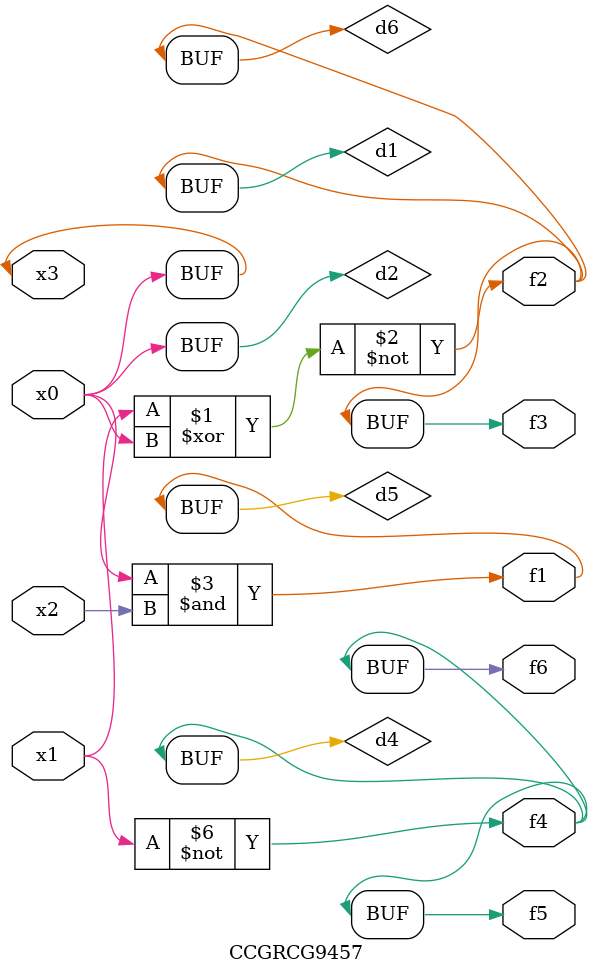
<source format=v>
module CCGRCG9457(
	input x0, x1, x2, x3,
	output f1, f2, f3, f4, f5, f6
);

	wire d1, d2, d3, d4, d5, d6;

	xnor (d1, x1, x3);
	buf (d2, x0, x3);
	nand (d3, x0, x2);
	not (d4, x1);
	nand (d5, d3);
	or (d6, d1);
	assign f1 = d5;
	assign f2 = d6;
	assign f3 = d6;
	assign f4 = d4;
	assign f5 = d4;
	assign f6 = d4;
endmodule

</source>
